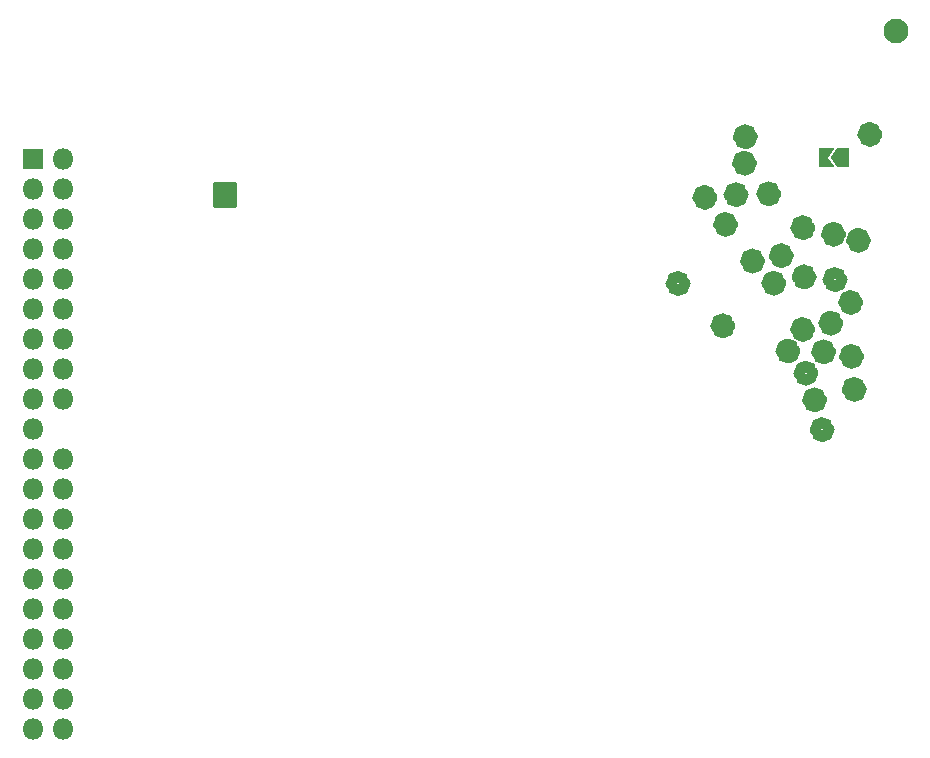
<source format=gbr>
%TF.GenerationSoftware,KiCad,Pcbnew,(5.1.6)-1*%
%TF.CreationDate,2020-08-21T18:39:33+02:00*%
%TF.ProjectId,Shiba GD-IDE,53686962-6120-4474-942d-4944452e6b69,rev?*%
%TF.SameCoordinates,Original*%
%TF.FileFunction,Soldermask,Top*%
%TF.FilePolarity,Negative*%
%FSLAX46Y46*%
G04 Gerber Fmt 4.6, Leading zero omitted, Abs format (unit mm)*
G04 Created by KiCad (PCBNEW (5.1.6)-1) date 2020-08-21 18:39:33*
%MOMM*%
%LPD*%
G01*
G04 APERTURE LIST*
%ADD10C,1.000000*%
%ADD11C,2.100000*%
%ADD12O,1.800000X1.800000*%
%ADD13R,1.800000X1.800000*%
%ADD14C,0.100000*%
%ADD15C,0.254000*%
G04 APERTURE END LIST*
D10*
X170713400Y-102031800D02*
G75*
G03*
X170713400Y-102031800I-558800J0D01*
G01*
X173278800Y-101498400D02*
G75*
G03*
X173278800Y-101498400I-558800J0D01*
G01*
X175895000Y-101727000D02*
G75*
G03*
X175895000Y-101727000I-558800J0D01*
G01*
X177215800Y-103657400D02*
G75*
G03*
X177215800Y-103657400I-558800J0D01*
G01*
X177520600Y-111023400D02*
G75*
G03*
X177520600Y-111023400I-558800J0D01*
G01*
X174802800Y-114427000D02*
G75*
G03*
X174802800Y-114427000I-558800J0D01*
G01*
X174167800Y-111912400D02*
G75*
G03*
X174167800Y-111912400I-558800J0D01*
G01*
X173431200Y-109651800D02*
G75*
G03*
X173431200Y-109651800I-558800J0D01*
G01*
X177292000Y-108229400D02*
G75*
G03*
X177292000Y-108229400I-558800J0D01*
G01*
X174929800Y-107848400D02*
G75*
G03*
X174929800Y-107848400I-558800J0D01*
G01*
X171907200Y-107772200D02*
G75*
G03*
X171907200Y-107772200I-558800J0D01*
G01*
X175539400Y-105410000D02*
G75*
G03*
X175539400Y-105410000I-558800J0D01*
G01*
X173151800Y-105943400D02*
G75*
G03*
X173151800Y-105943400I-558800J0D01*
G01*
X166395400Y-105638600D02*
G75*
G03*
X166395400Y-105638600I-558800J0D01*
G01*
X162610800Y-102057200D02*
G75*
G03*
X162610800Y-102057200I-558800J0D01*
G01*
X178841400Y-89433400D02*
G75*
G03*
X178841400Y-89433400I-558800J0D01*
G01*
X177876200Y-98399600D02*
G75*
G03*
X177876200Y-98399600I-558800J0D01*
G01*
X175768000Y-97891600D02*
G75*
G03*
X175768000Y-97891600I-558800J0D01*
G01*
X173177200Y-97332800D02*
G75*
G03*
X173177200Y-97332800I-558800J0D01*
G01*
X171348400Y-99695000D02*
G75*
G03*
X171348400Y-99695000I-558800J0D01*
G01*
X168910000Y-100152200D02*
G75*
G03*
X168910000Y-100152200I-558800J0D01*
G01*
X170281600Y-94462600D02*
G75*
G03*
X170281600Y-94462600I-558800J0D01*
G01*
X166624000Y-97053400D02*
G75*
G03*
X166624000Y-97053400I-558800J0D01*
G01*
X164871400Y-94767400D02*
G75*
G03*
X164871400Y-94767400I-558800J0D01*
G01*
X167513000Y-94538800D02*
G75*
G03*
X167513000Y-94538800I-558800J0D01*
G01*
X168224200Y-91871800D02*
G75*
G03*
X168224200Y-91871800I-558800J0D01*
G01*
X168300400Y-89636600D02*
G75*
G03*
X168300400Y-89636600I-558800J0D01*
G01*
D11*
%TO.C,TP249*%
X180492400Y-80645000D03*
%TD*%
D12*
%TO.C,J1*%
X109956600Y-139801600D03*
X107416600Y-139801600D03*
X109956600Y-137261600D03*
X107416600Y-137261600D03*
X109956600Y-134721600D03*
X107416600Y-134721600D03*
X109956600Y-132181600D03*
X107416600Y-132181600D03*
X109956600Y-129641600D03*
X107416600Y-129641600D03*
X109956600Y-127101600D03*
X107416600Y-127101600D03*
X109956600Y-124561600D03*
X107416600Y-124561600D03*
X109956600Y-122021600D03*
X107416600Y-122021600D03*
X109956600Y-119481600D03*
X107416600Y-119481600D03*
X109956600Y-116941600D03*
X107416600Y-116941600D03*
X107416600Y-114401600D03*
X109956600Y-111861600D03*
X107416600Y-111861600D03*
X109956600Y-109321600D03*
X107416600Y-109321600D03*
X109956600Y-106781600D03*
X107416600Y-106781600D03*
X109956600Y-104241600D03*
X107416600Y-104241600D03*
X109956600Y-101701600D03*
X107416600Y-101701600D03*
X109956600Y-99161600D03*
X107416600Y-99161600D03*
X109956600Y-96621600D03*
X107416600Y-96621600D03*
X109956600Y-94081600D03*
X107416600Y-94081600D03*
X109956600Y-91541600D03*
D13*
X107416600Y-91541600D03*
%TD*%
D14*
%TO.C,J2*%
G36*
X175500645Y-92188239D02*
G01*
X175491266Y-92185394D01*
X175482621Y-92180773D01*
X175475045Y-92174555D01*
X175468797Y-92166935D01*
X174968797Y-91416935D01*
X174964186Y-91408286D01*
X174961351Y-91398903D01*
X174960400Y-91389148D01*
X174961371Y-91379394D01*
X174964226Y-91370018D01*
X174968797Y-91361465D01*
X175468797Y-90611465D01*
X175475008Y-90603882D01*
X175482578Y-90597656D01*
X175491218Y-90593026D01*
X175500594Y-90590171D01*
X175510400Y-90589200D01*
X176510400Y-90589200D01*
X176520155Y-90590161D01*
X176529534Y-90593006D01*
X176538179Y-90597627D01*
X176545755Y-90603845D01*
X176551973Y-90611421D01*
X176556594Y-90620066D01*
X176559439Y-90629445D01*
X176560400Y-90639200D01*
X176560400Y-92139200D01*
X176559439Y-92148955D01*
X176556594Y-92158334D01*
X176551973Y-92166979D01*
X176545755Y-92174555D01*
X176538179Y-92180773D01*
X176529534Y-92185394D01*
X176520155Y-92188239D01*
X176510400Y-92189200D01*
X175510400Y-92189200D01*
X175500645Y-92188239D01*
G37*
G36*
X174050645Y-92188239D02*
G01*
X174041266Y-92185394D01*
X174032621Y-92180773D01*
X174025045Y-92174555D01*
X174018827Y-92166979D01*
X174014206Y-92158334D01*
X174011361Y-92148955D01*
X174010400Y-92139200D01*
X174010400Y-90639200D01*
X174011361Y-90629445D01*
X174014206Y-90620066D01*
X174018827Y-90611421D01*
X174025045Y-90603845D01*
X174032621Y-90597627D01*
X174041266Y-90593006D01*
X174050645Y-90590161D01*
X174060400Y-90589200D01*
X175210400Y-90589200D01*
X175220155Y-90590161D01*
X175229534Y-90593006D01*
X175238179Y-90597627D01*
X175245755Y-90603845D01*
X175251973Y-90611421D01*
X175256594Y-90620066D01*
X175259439Y-90629445D01*
X175260400Y-90639200D01*
X175259439Y-90648955D01*
X175256594Y-90658334D01*
X175252003Y-90666935D01*
X174770493Y-91389200D01*
X175252003Y-92111465D01*
X175256614Y-92120114D01*
X175259449Y-92129497D01*
X175260400Y-92139252D01*
X175259429Y-92149006D01*
X175256574Y-92158382D01*
X175251944Y-92167022D01*
X175245718Y-92174592D01*
X175238135Y-92180803D01*
X175229486Y-92185414D01*
X175220103Y-92188249D01*
X175210400Y-92189200D01*
X174060400Y-92189200D01*
X174050645Y-92188239D01*
G37*
%TD*%
D15*
G36*
X124510660Y-95453200D02*
G01*
X122732800Y-95453200D01*
X122732800Y-93548200D01*
X124510660Y-93548200D01*
X124510660Y-95453200D01*
G37*
X124510660Y-95453200D02*
X122732800Y-95453200D01*
X122732800Y-93548200D01*
X124510660Y-93548200D01*
X124510660Y-95453200D01*
M02*

</source>
